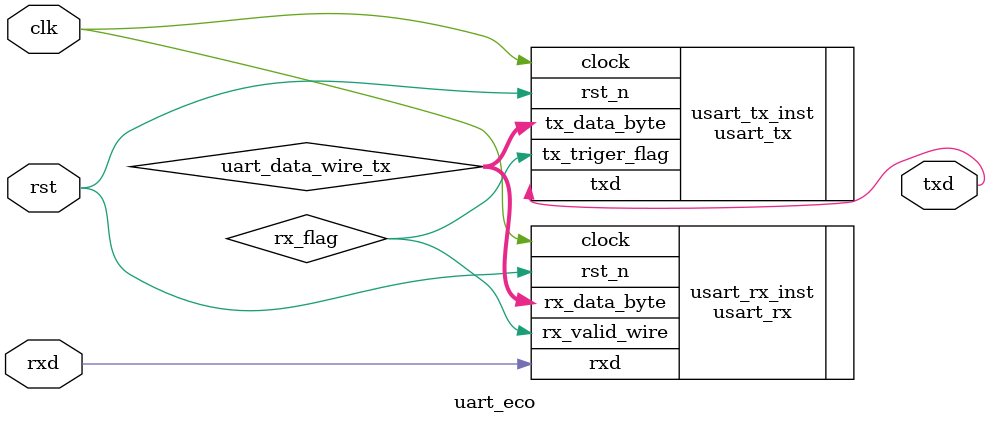
<source format=v>
module uart_eco(
								input wire rst,
  (*mark_debug="true"*)							input wire clk,
  (*mark_debug="true"*)								input wire rxd,
  (*mark_debug="true"*)								output wire txd
						);
							
							
/****************************************//*
³É¶¼Ð¡ÐÜÃ¨Ç¶ÈëÊ½µç×Ó
´®¿ÚÊÕ·¢ÊµÑéÀý³Ì
*//*****************************************/
  (*mark_debug="true"*)wire [7:0]uart_data_wire_tx;
  (*mark_debug="true"*)wire rx_flag;

usart_rx		usart_rx_inst(
									.clock(clk),
									.rxd(rxd),
									.rst_n(rst),
									.rx_data_byte(uart_data_wire_tx),
									.rx_valid_wire(rx_flag)
								  );
				
		
 usart_tx   usart_tx_inst(
									.clock(clk),
									.txd(txd),
									.rst_n(rst),
									.tx_data_byte(uart_data_wire_tx),
									.tx_triger_flag(rx_flag)
								 );		
								 
								 
								 
								 
endmodule

</source>
